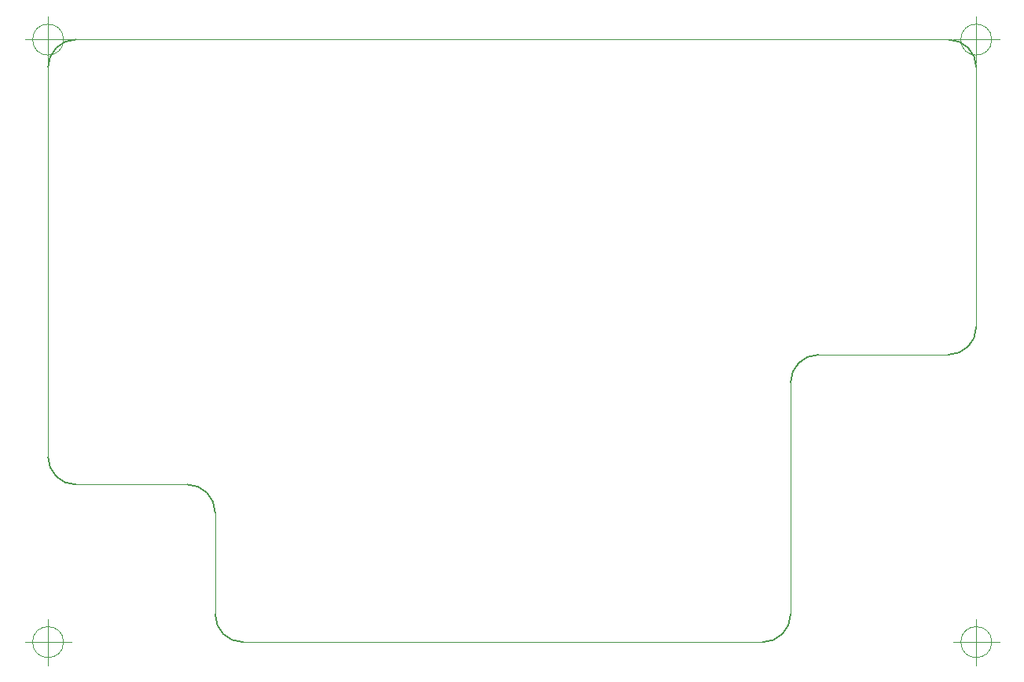
<source format=gbr>
%TF.GenerationSoftware,KiCad,Pcbnew,(6.0.4)*%
%TF.CreationDate,2022-04-20T16:37:51+09:00*%
%TF.ProjectId,KiCad,4b694361-642e-46b6-9963-61645f706362,rev?*%
%TF.SameCoordinates,Original*%
%TF.FileFunction,Profile,NP*%
%FSLAX46Y46*%
G04 Gerber Fmt 4.6, Leading zero omitted, Abs format (unit mm)*
G04 Created by KiCad (PCBNEW (6.0.4)) date 2022-04-20 16:37:51*
%MOMM*%
%LPD*%
G01*
G04 APERTURE LIST*
%TA.AperFunction,Profile*%
%ADD10C,0.100000*%
%TD*%
%TA.AperFunction,Profile*%
%ADD11C,0.150000*%
%TD*%
G04 APERTURE END LIST*
D10*
X103000000Y-55000000D02*
X197000000Y-55000000D01*
X180000000Y-92000000D02*
X180000000Y-117000000D01*
D11*
X177000000Y-120000000D02*
G75*
G03*
X180000000Y-117000000I0J3000000D01*
G01*
D10*
X177000000Y-120000000D02*
X121000000Y-120000000D01*
D11*
X103000000Y-55000000D02*
G75*
G03*
X100000000Y-58000000I0J-3000000D01*
G01*
D10*
X100000000Y-100000000D02*
X100000000Y-58000000D01*
D11*
X100000000Y-100000000D02*
G75*
G03*
X103000000Y-103000000I3000000J0D01*
G01*
D10*
X103000000Y-103000000D02*
X115000000Y-103000000D01*
D11*
X200000000Y-58000000D02*
G75*
G03*
X197000000Y-55000000I-3000000J0D01*
G01*
D10*
X200000000Y-58000000D02*
X200000000Y-86000000D01*
D11*
X118000000Y-117000000D02*
G75*
G03*
X121000000Y-120000000I3000000J0D01*
G01*
X118000000Y-106000000D02*
G75*
G03*
X115000000Y-103000000I-3000000J0D01*
G01*
D10*
X118000000Y-117000000D02*
X118000000Y-106000000D01*
D11*
X197000000Y-89000000D02*
G75*
G03*
X200000000Y-86000000I0J3000000D01*
G01*
X183000000Y-89000000D02*
G75*
G03*
X180000000Y-92000000I0J-3000000D01*
G01*
D10*
X197000000Y-89000000D02*
X183000000Y-89000000D01*
X101666666Y-120000000D02*
G75*
G03*
X101666666Y-120000000I-1666666J0D01*
G01*
X97500000Y-120000000D02*
X102500000Y-120000000D01*
X100000000Y-117500000D02*
X100000000Y-122500000D01*
X201666666Y-120000000D02*
G75*
G03*
X201666666Y-120000000I-1666666J0D01*
G01*
X197500000Y-120000000D02*
X202500000Y-120000000D01*
X200000000Y-117500000D02*
X200000000Y-122500000D01*
X101666666Y-55000000D02*
G75*
G03*
X101666666Y-55000000I-1666666J0D01*
G01*
X97500000Y-55000000D02*
X102500000Y-55000000D01*
X100000000Y-52500000D02*
X100000000Y-57500000D01*
X201666666Y-55000000D02*
G75*
G03*
X201666666Y-55000000I-1666666J0D01*
G01*
X197500000Y-55000000D02*
X202500000Y-55000000D01*
X200000000Y-52500000D02*
X200000000Y-57500000D01*
M02*

</source>
